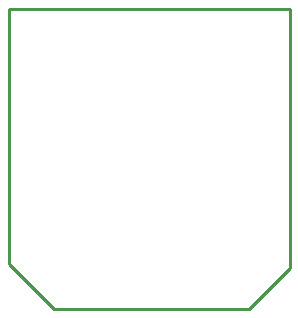
<source format=gbr>
G04 EAGLE Gerber RS-274X export*
G75*
%MOMM*%
%FSLAX34Y34*%
%LPD*%
%IN*%
%IPPOS*%
%AMOC8*
5,1,8,0,0,1.08239X$1,22.5*%
G01*
%ADD10C,0.254000*%


D10*
X0Y139700D02*
X38100Y101600D01*
X203200Y101600D01*
X238000Y136400D01*
X238000Y355500D01*
X0Y355398D01*
X0Y139700D01*
M02*

</source>
